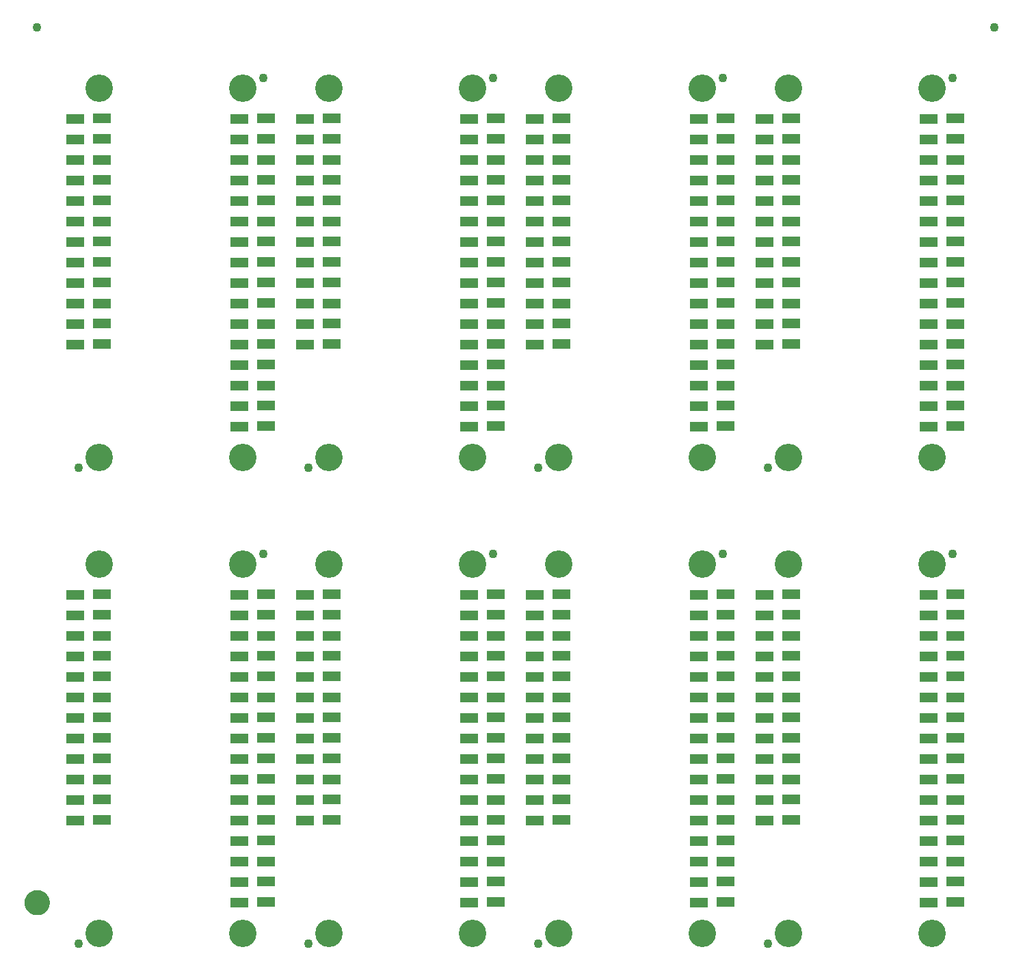
<source format=gbs>
G04 EAGLE Gerber RS-274X export*
G75*
%MOMM*%
%FSLAX34Y34*%
%LPD*%
%INSoldermask Bottom*%
%IPPOS*%
%AMOC8*
5,1,8,0,0,1.08239X$1,22.5*%
G01*
%ADD10C,3.402000*%
%ADD11C,1.100000*%
%ADD12R,2.200000X1.200000*%
%ADD13C,1.270000*%
%ADD14C,1.600000*%


D10*
X50800Y25400D03*
X228600Y25400D03*
X228600Y482600D03*
X50800Y482600D03*
X335280Y25400D03*
X513080Y25400D03*
X513080Y482600D03*
X335280Y482600D03*
X619760Y25400D03*
X797560Y25400D03*
X797560Y482600D03*
X619760Y482600D03*
X904240Y25400D03*
X1082040Y25400D03*
X1082040Y482600D03*
X904240Y482600D03*
X50800Y614680D03*
X228600Y614680D03*
X228600Y1071880D03*
X50800Y1071880D03*
X335280Y614680D03*
X513080Y614680D03*
X513080Y1071880D03*
X335280Y1071880D03*
X619760Y614680D03*
X797560Y614680D03*
X797560Y1071880D03*
X619760Y1071880D03*
X904240Y614680D03*
X1082040Y614680D03*
X1082040Y1071880D03*
X904240Y1071880D03*
D11*
X254000Y495300D03*
X25400Y12700D03*
D12*
X54700Y419300D03*
X21700Y419100D03*
X54700Y444700D03*
X21700Y444500D03*
X54700Y393800D03*
X21700Y393600D03*
X54700Y368500D03*
X21700Y368300D03*
X54700Y343100D03*
X21700Y342900D03*
X54700Y317600D03*
X21700Y317400D03*
X54700Y266900D03*
X21700Y266700D03*
X54700Y292300D03*
X21700Y292100D03*
X54700Y241500D03*
X21700Y241300D03*
X54700Y216000D03*
X21700Y215800D03*
X54700Y165300D03*
X21700Y165100D03*
X54700Y190700D03*
X21700Y190500D03*
X257900Y419300D03*
X224900Y419100D03*
X257900Y444700D03*
X224900Y444500D03*
X257900Y393800D03*
X224900Y393600D03*
X257900Y368500D03*
X224900Y368300D03*
X257900Y343100D03*
X224900Y342900D03*
X257900Y317600D03*
X224900Y317400D03*
X257900Y266900D03*
X224900Y266700D03*
X257900Y292300D03*
X224900Y292100D03*
X257900Y216100D03*
X224900Y215900D03*
X257900Y241500D03*
X224900Y241300D03*
X257900Y190600D03*
X224900Y190400D03*
X257900Y165300D03*
X224900Y165100D03*
X257900Y139900D03*
X224900Y139700D03*
X257900Y114400D03*
X224900Y114200D03*
X257900Y63700D03*
X224900Y63500D03*
X257900Y89100D03*
X224900Y88900D03*
D11*
X538480Y495300D03*
X309880Y12700D03*
D12*
X339180Y419300D03*
X306180Y419100D03*
X339180Y444700D03*
X306180Y444500D03*
X339180Y393800D03*
X306180Y393600D03*
X339180Y368500D03*
X306180Y368300D03*
X339180Y343100D03*
X306180Y342900D03*
X339180Y317600D03*
X306180Y317400D03*
X339180Y266900D03*
X306180Y266700D03*
X339180Y292300D03*
X306180Y292100D03*
X339180Y241500D03*
X306180Y241300D03*
X339180Y216000D03*
X306180Y215800D03*
X339180Y165300D03*
X306180Y165100D03*
X339180Y190700D03*
X306180Y190500D03*
X542380Y419300D03*
X509380Y419100D03*
X542380Y444700D03*
X509380Y444500D03*
X542380Y393800D03*
X509380Y393600D03*
X542380Y368500D03*
X509380Y368300D03*
X542380Y343100D03*
X509380Y342900D03*
X542380Y317600D03*
X509380Y317400D03*
X542380Y266900D03*
X509380Y266700D03*
X542380Y292300D03*
X509380Y292100D03*
X542380Y216100D03*
X509380Y215900D03*
X542380Y241500D03*
X509380Y241300D03*
X542380Y190600D03*
X509380Y190400D03*
X542380Y165300D03*
X509380Y165100D03*
X542380Y139900D03*
X509380Y139700D03*
X542380Y114400D03*
X509380Y114200D03*
X542380Y63700D03*
X509380Y63500D03*
X542380Y89100D03*
X509380Y88900D03*
D11*
X822960Y495300D03*
X594360Y12700D03*
D12*
X623660Y419300D03*
X590660Y419100D03*
X623660Y444700D03*
X590660Y444500D03*
X623660Y393800D03*
X590660Y393600D03*
X623660Y368500D03*
X590660Y368300D03*
X623660Y343100D03*
X590660Y342900D03*
X623660Y317600D03*
X590660Y317400D03*
X623660Y266900D03*
X590660Y266700D03*
X623660Y292300D03*
X590660Y292100D03*
X623660Y241500D03*
X590660Y241300D03*
X623660Y216000D03*
X590660Y215800D03*
X623660Y165300D03*
X590660Y165100D03*
X623660Y190700D03*
X590660Y190500D03*
X826860Y419300D03*
X793860Y419100D03*
X826860Y444700D03*
X793860Y444500D03*
X826860Y393800D03*
X793860Y393600D03*
X826860Y368500D03*
X793860Y368300D03*
X826860Y343100D03*
X793860Y342900D03*
X826860Y317600D03*
X793860Y317400D03*
X826860Y266900D03*
X793860Y266700D03*
X826860Y292300D03*
X793860Y292100D03*
X826860Y216100D03*
X793860Y215900D03*
X826860Y241500D03*
X793860Y241300D03*
X826860Y190600D03*
X793860Y190400D03*
X826860Y165300D03*
X793860Y165100D03*
X826860Y139900D03*
X793860Y139700D03*
X826860Y114400D03*
X793860Y114200D03*
X826860Y63700D03*
X793860Y63500D03*
X826860Y89100D03*
X793860Y88900D03*
D11*
X1107440Y495300D03*
X878840Y12700D03*
D12*
X908140Y419300D03*
X875140Y419100D03*
X908140Y444700D03*
X875140Y444500D03*
X908140Y393800D03*
X875140Y393600D03*
X908140Y368500D03*
X875140Y368300D03*
X908140Y343100D03*
X875140Y342900D03*
X908140Y317600D03*
X875140Y317400D03*
X908140Y266900D03*
X875140Y266700D03*
X908140Y292300D03*
X875140Y292100D03*
X908140Y241500D03*
X875140Y241300D03*
X908140Y216000D03*
X875140Y215800D03*
X908140Y165300D03*
X875140Y165100D03*
X908140Y190700D03*
X875140Y190500D03*
X1111340Y419300D03*
X1078340Y419100D03*
X1111340Y444700D03*
X1078340Y444500D03*
X1111340Y393800D03*
X1078340Y393600D03*
X1111340Y368500D03*
X1078340Y368300D03*
X1111340Y343100D03*
X1078340Y342900D03*
X1111340Y317600D03*
X1078340Y317400D03*
X1111340Y266900D03*
X1078340Y266700D03*
X1111340Y292300D03*
X1078340Y292100D03*
X1111340Y216100D03*
X1078340Y215900D03*
X1111340Y241500D03*
X1078340Y241300D03*
X1111340Y190600D03*
X1078340Y190400D03*
X1111340Y165300D03*
X1078340Y165100D03*
X1111340Y139900D03*
X1078340Y139700D03*
X1111340Y114400D03*
X1078340Y114200D03*
X1111340Y63700D03*
X1078340Y63500D03*
X1111340Y89100D03*
X1078340Y88900D03*
D11*
X254000Y1084580D03*
X25400Y601980D03*
D12*
X54700Y1008580D03*
X21700Y1008380D03*
X54700Y1033980D03*
X21700Y1033780D03*
X54700Y983080D03*
X21700Y982880D03*
X54700Y957780D03*
X21700Y957580D03*
X54700Y932380D03*
X21700Y932180D03*
X54700Y906880D03*
X21700Y906680D03*
X54700Y856180D03*
X21700Y855980D03*
X54700Y881580D03*
X21700Y881380D03*
X54700Y830780D03*
X21700Y830580D03*
X54700Y805280D03*
X21700Y805080D03*
X54700Y754580D03*
X21700Y754380D03*
X54700Y779980D03*
X21700Y779780D03*
X257900Y1008580D03*
X224900Y1008380D03*
X257900Y1033980D03*
X224900Y1033780D03*
X257900Y983080D03*
X224900Y982880D03*
X257900Y957780D03*
X224900Y957580D03*
X257900Y932380D03*
X224900Y932180D03*
X257900Y906880D03*
X224900Y906680D03*
X257900Y856180D03*
X224900Y855980D03*
X257900Y881580D03*
X224900Y881380D03*
X257900Y805380D03*
X224900Y805180D03*
X257900Y830780D03*
X224900Y830580D03*
X257900Y779880D03*
X224900Y779680D03*
X257900Y754580D03*
X224900Y754380D03*
X257900Y729180D03*
X224900Y728980D03*
X257900Y703680D03*
X224900Y703480D03*
X257900Y652980D03*
X224900Y652780D03*
X257900Y678380D03*
X224900Y678180D03*
D11*
X538480Y1084580D03*
X309880Y601980D03*
D12*
X339180Y1008580D03*
X306180Y1008380D03*
X339180Y1033980D03*
X306180Y1033780D03*
X339180Y983080D03*
X306180Y982880D03*
X339180Y957780D03*
X306180Y957580D03*
X339180Y932380D03*
X306180Y932180D03*
X339180Y906880D03*
X306180Y906680D03*
X339180Y856180D03*
X306180Y855980D03*
X339180Y881580D03*
X306180Y881380D03*
X339180Y830780D03*
X306180Y830580D03*
X339180Y805280D03*
X306180Y805080D03*
X339180Y754580D03*
X306180Y754380D03*
X339180Y779980D03*
X306180Y779780D03*
X542380Y1008580D03*
X509380Y1008380D03*
X542380Y1033980D03*
X509380Y1033780D03*
X542380Y983080D03*
X509380Y982880D03*
X542380Y957780D03*
X509380Y957580D03*
X542380Y932380D03*
X509380Y932180D03*
X542380Y906880D03*
X509380Y906680D03*
X542380Y856180D03*
X509380Y855980D03*
X542380Y881580D03*
X509380Y881380D03*
X542380Y805380D03*
X509380Y805180D03*
X542380Y830780D03*
X509380Y830580D03*
X542380Y779880D03*
X509380Y779680D03*
X542380Y754580D03*
X509380Y754380D03*
X542380Y729180D03*
X509380Y728980D03*
X542380Y703680D03*
X509380Y703480D03*
X542380Y652980D03*
X509380Y652780D03*
X542380Y678380D03*
X509380Y678180D03*
D11*
X822960Y1084580D03*
X594360Y601980D03*
D12*
X623660Y1008580D03*
X590660Y1008380D03*
X623660Y1033980D03*
X590660Y1033780D03*
X623660Y983080D03*
X590660Y982880D03*
X623660Y957780D03*
X590660Y957580D03*
X623660Y932380D03*
X590660Y932180D03*
X623660Y906880D03*
X590660Y906680D03*
X623660Y856180D03*
X590660Y855980D03*
X623660Y881580D03*
X590660Y881380D03*
X623660Y830780D03*
X590660Y830580D03*
X623660Y805280D03*
X590660Y805080D03*
X623660Y754580D03*
X590660Y754380D03*
X623660Y779980D03*
X590660Y779780D03*
X826860Y1008580D03*
X793860Y1008380D03*
X826860Y1033980D03*
X793860Y1033780D03*
X826860Y983080D03*
X793860Y982880D03*
X826860Y957780D03*
X793860Y957580D03*
X826860Y932380D03*
X793860Y932180D03*
X826860Y906880D03*
X793860Y906680D03*
X826860Y856180D03*
X793860Y855980D03*
X826860Y881580D03*
X793860Y881380D03*
X826860Y805380D03*
X793860Y805180D03*
X826860Y830780D03*
X793860Y830580D03*
X826860Y779880D03*
X793860Y779680D03*
X826860Y754580D03*
X793860Y754380D03*
X826860Y729180D03*
X793860Y728980D03*
X826860Y703680D03*
X793860Y703480D03*
X826860Y652980D03*
X793860Y652780D03*
X826860Y678380D03*
X793860Y678180D03*
D11*
X1107440Y1084580D03*
X878840Y601980D03*
D12*
X908140Y1008580D03*
X875140Y1008380D03*
X908140Y1033980D03*
X875140Y1033780D03*
X908140Y983080D03*
X875140Y982880D03*
X908140Y957780D03*
X875140Y957580D03*
X908140Y932380D03*
X875140Y932180D03*
X908140Y906880D03*
X875140Y906680D03*
X908140Y856180D03*
X875140Y855980D03*
X908140Y881580D03*
X875140Y881380D03*
X908140Y830780D03*
X875140Y830580D03*
X908140Y805280D03*
X875140Y805080D03*
X908140Y754580D03*
X875140Y754380D03*
X908140Y779980D03*
X875140Y779780D03*
X1111340Y1008580D03*
X1078340Y1008380D03*
X1111340Y1033980D03*
X1078340Y1033780D03*
X1111340Y983080D03*
X1078340Y982880D03*
X1111340Y957780D03*
X1078340Y957580D03*
X1111340Y932380D03*
X1078340Y932180D03*
X1111340Y906880D03*
X1078340Y906680D03*
X1111340Y856180D03*
X1078340Y855980D03*
X1111340Y881580D03*
X1078340Y881380D03*
X1111340Y805380D03*
X1078340Y805180D03*
X1111340Y830780D03*
X1078340Y830580D03*
X1111340Y779880D03*
X1078340Y779680D03*
X1111340Y754580D03*
X1078340Y754380D03*
X1111340Y729180D03*
X1078340Y728980D03*
X1111340Y703680D03*
X1078340Y703480D03*
X1111340Y652980D03*
X1078340Y652780D03*
X1111340Y678380D03*
X1078340Y678180D03*
D11*
X-26238Y1146810D03*
X1159078Y1146810D03*
D13*
X-35293Y63500D02*
X-35290Y63722D01*
X-35282Y63944D01*
X-35268Y64166D01*
X-35249Y64388D01*
X-35225Y64608D01*
X-35195Y64829D01*
X-35160Y65048D01*
X-35119Y65267D01*
X-35073Y65484D01*
X-35022Y65700D01*
X-34965Y65915D01*
X-34903Y66129D01*
X-34836Y66340D01*
X-34764Y66551D01*
X-34686Y66759D01*
X-34604Y66965D01*
X-34516Y67169D01*
X-34424Y67372D01*
X-34326Y67571D01*
X-34224Y67768D01*
X-34117Y67963D01*
X-34005Y68155D01*
X-33888Y68344D01*
X-33767Y68531D01*
X-33641Y68714D01*
X-33511Y68894D01*
X-33376Y69071D01*
X-33238Y69244D01*
X-33095Y69414D01*
X-32947Y69581D01*
X-32796Y69744D01*
X-32641Y69903D01*
X-32482Y70058D01*
X-32319Y70209D01*
X-32152Y70357D01*
X-31982Y70500D01*
X-31809Y70638D01*
X-31632Y70773D01*
X-31452Y70903D01*
X-31269Y71029D01*
X-31082Y71150D01*
X-30893Y71267D01*
X-30701Y71379D01*
X-30506Y71486D01*
X-30309Y71588D01*
X-30110Y71686D01*
X-29907Y71778D01*
X-29703Y71866D01*
X-29497Y71948D01*
X-29289Y72026D01*
X-29078Y72098D01*
X-28867Y72165D01*
X-28653Y72227D01*
X-28438Y72284D01*
X-28222Y72335D01*
X-28005Y72381D01*
X-27786Y72422D01*
X-27567Y72457D01*
X-27346Y72487D01*
X-27126Y72511D01*
X-26904Y72530D01*
X-26682Y72544D01*
X-26460Y72552D01*
X-26238Y72555D01*
X-26016Y72552D01*
X-25794Y72544D01*
X-25572Y72530D01*
X-25350Y72511D01*
X-25130Y72487D01*
X-24909Y72457D01*
X-24690Y72422D01*
X-24471Y72381D01*
X-24254Y72335D01*
X-24038Y72284D01*
X-23823Y72227D01*
X-23609Y72165D01*
X-23398Y72098D01*
X-23187Y72026D01*
X-22979Y71948D01*
X-22773Y71866D01*
X-22569Y71778D01*
X-22366Y71686D01*
X-22167Y71588D01*
X-21970Y71486D01*
X-21775Y71379D01*
X-21583Y71267D01*
X-21394Y71150D01*
X-21207Y71029D01*
X-21024Y70903D01*
X-20844Y70773D01*
X-20667Y70638D01*
X-20494Y70500D01*
X-20324Y70357D01*
X-20157Y70209D01*
X-19994Y70058D01*
X-19835Y69903D01*
X-19680Y69744D01*
X-19529Y69581D01*
X-19381Y69414D01*
X-19238Y69244D01*
X-19100Y69071D01*
X-18965Y68894D01*
X-18835Y68714D01*
X-18709Y68531D01*
X-18588Y68344D01*
X-18471Y68155D01*
X-18359Y67963D01*
X-18252Y67768D01*
X-18150Y67571D01*
X-18052Y67372D01*
X-17960Y67169D01*
X-17872Y66965D01*
X-17790Y66759D01*
X-17712Y66551D01*
X-17640Y66340D01*
X-17573Y66129D01*
X-17511Y65915D01*
X-17454Y65700D01*
X-17403Y65484D01*
X-17357Y65267D01*
X-17316Y65048D01*
X-17281Y64829D01*
X-17251Y64608D01*
X-17227Y64388D01*
X-17208Y64166D01*
X-17194Y63944D01*
X-17186Y63722D01*
X-17183Y63500D01*
X-17186Y63278D01*
X-17194Y63056D01*
X-17208Y62834D01*
X-17227Y62612D01*
X-17251Y62392D01*
X-17281Y62171D01*
X-17316Y61952D01*
X-17357Y61733D01*
X-17403Y61516D01*
X-17454Y61300D01*
X-17511Y61085D01*
X-17573Y60871D01*
X-17640Y60660D01*
X-17712Y60449D01*
X-17790Y60241D01*
X-17872Y60035D01*
X-17960Y59831D01*
X-18052Y59628D01*
X-18150Y59429D01*
X-18252Y59232D01*
X-18359Y59037D01*
X-18471Y58845D01*
X-18588Y58656D01*
X-18709Y58469D01*
X-18835Y58286D01*
X-18965Y58106D01*
X-19100Y57929D01*
X-19238Y57756D01*
X-19381Y57586D01*
X-19529Y57419D01*
X-19680Y57256D01*
X-19835Y57097D01*
X-19994Y56942D01*
X-20157Y56791D01*
X-20324Y56643D01*
X-20494Y56500D01*
X-20667Y56362D01*
X-20844Y56227D01*
X-21024Y56097D01*
X-21207Y55971D01*
X-21394Y55850D01*
X-21583Y55733D01*
X-21775Y55621D01*
X-21970Y55514D01*
X-22167Y55412D01*
X-22366Y55314D01*
X-22569Y55222D01*
X-22773Y55134D01*
X-22979Y55052D01*
X-23187Y54974D01*
X-23398Y54902D01*
X-23609Y54835D01*
X-23823Y54773D01*
X-24038Y54716D01*
X-24254Y54665D01*
X-24471Y54619D01*
X-24690Y54578D01*
X-24909Y54543D01*
X-25130Y54513D01*
X-25350Y54489D01*
X-25572Y54470D01*
X-25794Y54456D01*
X-26016Y54448D01*
X-26238Y54445D01*
X-26460Y54448D01*
X-26682Y54456D01*
X-26904Y54470D01*
X-27126Y54489D01*
X-27346Y54513D01*
X-27567Y54543D01*
X-27786Y54578D01*
X-28005Y54619D01*
X-28222Y54665D01*
X-28438Y54716D01*
X-28653Y54773D01*
X-28867Y54835D01*
X-29078Y54902D01*
X-29289Y54974D01*
X-29497Y55052D01*
X-29703Y55134D01*
X-29907Y55222D01*
X-30110Y55314D01*
X-30309Y55412D01*
X-30506Y55514D01*
X-30701Y55621D01*
X-30893Y55733D01*
X-31082Y55850D01*
X-31269Y55971D01*
X-31452Y56097D01*
X-31632Y56227D01*
X-31809Y56362D01*
X-31982Y56500D01*
X-32152Y56643D01*
X-32319Y56791D01*
X-32482Y56942D01*
X-32641Y57097D01*
X-32796Y57256D01*
X-32947Y57419D01*
X-33095Y57586D01*
X-33238Y57756D01*
X-33376Y57929D01*
X-33511Y58106D01*
X-33641Y58286D01*
X-33767Y58469D01*
X-33888Y58656D01*
X-34005Y58845D01*
X-34117Y59037D01*
X-34224Y59232D01*
X-34326Y59429D01*
X-34424Y59628D01*
X-34516Y59831D01*
X-34604Y60035D01*
X-34686Y60241D01*
X-34764Y60449D01*
X-34836Y60660D01*
X-34903Y60871D01*
X-34965Y61085D01*
X-35022Y61300D01*
X-35073Y61516D01*
X-35119Y61733D01*
X-35160Y61952D01*
X-35195Y62171D01*
X-35225Y62392D01*
X-35249Y62612D01*
X-35268Y62834D01*
X-35282Y63056D01*
X-35290Y63278D01*
X-35293Y63500D01*
D14*
X-26238Y63500D03*
M02*

</source>
